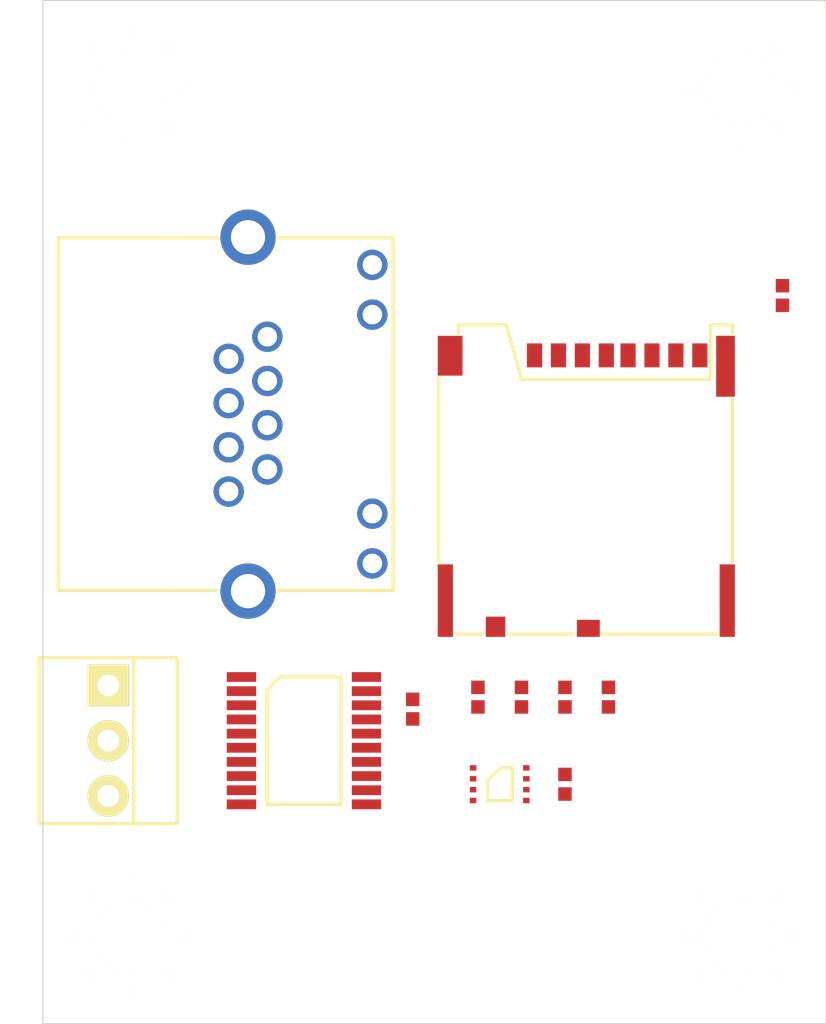
<source format=kicad_pcb>
(kicad_pcb (version 20171130) (host pcbnew "(5.1.10)-1")

  (general
    (thickness 1.6)
    (drawings 4)
    (tracks 0)
    (zones 0)
    (modules 16)
    (nets 16)
  )

  (page A4)
  (layers
    (0 F.Cu signal)
    (31 B.Cu signal)
    (32 B.Adhes user)
    (33 F.Adhes user)
    (34 B.Paste user)
    (35 F.Paste user)
    (36 B.SilkS user)
    (37 F.SilkS user)
    (38 B.Mask user)
    (39 F.Mask user)
    (40 Dwgs.User user)
    (41 Cmts.User user)
    (42 Eco1.User user)
    (43 Eco2.User user)
    (44 Edge.Cuts user)
    (45 Margin user)
    (46 B.CrtYd user)
    (47 F.CrtYd user)
    (48 B.Fab user)
    (49 F.Fab user)
  )

  (setup
    (last_trace_width 0.25)
    (trace_clearance 0.2)
    (zone_clearance 0.508)
    (zone_45_only no)
    (trace_min 0.2)
    (via_size 0.8)
    (via_drill 0.4)
    (via_min_size 0.4)
    (via_min_drill 0.3)
    (uvia_size 0.3)
    (uvia_drill 0.1)
    (uvias_allowed no)
    (uvia_min_size 0.2)
    (uvia_min_drill 0.1)
    (edge_width 0.05)
    (segment_width 0.2)
    (pcb_text_width 0.3)
    (pcb_text_size 1.5 1.5)
    (mod_edge_width 0.12)
    (mod_text_size 1 1)
    (mod_text_width 0.15)
    (pad_size 1.524 1.524)
    (pad_drill 0.762)
    (pad_to_mask_clearance 0)
    (aux_axis_origin 0 0)
    (visible_elements 7FFFFFFF)
    (pcbplotparams
      (layerselection 0x010fc_ffffffff)
      (usegerberextensions false)
      (usegerberattributes true)
      (usegerberadvancedattributes true)
      (creategerberjobfile true)
      (excludeedgelayer true)
      (linewidth 0.100000)
      (plotframeref false)
      (viasonmask false)
      (mode 1)
      (useauxorigin false)
      (hpglpennumber 1)
      (hpglpenspeed 20)
      (hpglpendiameter 15.000000)
      (psnegative false)
      (psa4output false)
      (plotreference true)
      (plotvalue true)
      (plotinvisibletext false)
      (padsonsilk false)
      (subtractmaskfromsilk false)
      (outputformat 1)
      (mirror false)
      (drillshape 1)
      (scaleselection 1)
      (outputdirectory ""))
  )

  (net 0 "")
  (net 1 GND)
  (net 2 3v3)
  (net 3 /SCLK)
  (net 4 /MOSI)
  (net 5 /MISO)
  (net 6 /MISO-)
  (net 7 /MISO+)
  (net 8 /MOSI-)
  (net 9 /MOSI+)
  (net 10 /SCLK-)
  (net 11 /SCLK+)
  (net 12 /~CS2)
  (net 13 /~CS1)
  (net 14 "Net-(R2-Pad2)")
  (net 15 "Net-(R3-Pad2)")

  (net_class Default "This is the default net class."
    (clearance 0.2)
    (trace_width 0.25)
    (via_dia 0.8)
    (via_drill 0.4)
    (uvia_dia 0.3)
    (uvia_drill 0.1)
    (add_net /MISO)
    (add_net /MISO+)
    (add_net /MISO-)
    (add_net /MOSI)
    (add_net /MOSI+)
    (add_net /MOSI-)
    (add_net /SCLK)
    (add_net /SCLK+)
    (add_net /SCLK-)
    (add_net /~CS1)
    (add_net /~CS2)
    (add_net 12v)
    (add_net 3v3)
    (add_net GND)
    (add_net "Net-(IC1-Pad14)")
    (add_net "Net-(IC1-Pad16)")
    (add_net "Net-(IC1-Pad5)")
    (add_net "Net-(IC1-Pad6)")
    (add_net "Net-(IC1-Pad7)")
    (add_net "Net-(IC1-Pad8)")
    (add_net "Net-(IC2-Pad3)")
    (add_net "Net-(IC2-Pad7)")
    (add_net "Net-(R2-Pad2)")
    (add_net "Net-(R3-Pad2)")
    (add_net "Net-(U1-Pad10)")
    (add_net "Net-(U1-Pad11)")
  )

  (module cusf:M3_MOUNT (layer F.Cu) (tedit 5681D0FF) (tstamp 611262D4)
    (at 120 133)
    (path /61148444)
    (fp_text reference H4 (at 0 -4.1) (layer F.Fab) hide
      (effects (font (size 1 1) (thickness 0.15)))
    )
    (fp_text value MountingHole_Pad (at 0 4.1) (layer F.Fab) hide
      (effects (font (size 1 1) (thickness 0.15)))
    )
    (fp_line (start -3.4 3.4) (end -3.4 -3.4) (layer F.CrtYd) (width 0.01))
    (fp_line (start 3.4 3.4) (end -3.4 3.4) (layer F.CrtYd) (width 0.01))
    (fp_line (start 3.4 -3.4) (end 3.4 3.4) (layer F.CrtYd) (width 0.01))
    (fp_line (start -3.4 -3.4) (end 3.4 -3.4) (layer F.CrtYd) (width 0.01))
    (pad "" np_thru_hole circle (at 1.8 1.8) (size 0.6 0.6) (drill 0.6) (layers *.Cu *.Mask F.SilkS))
    (pad "" np_thru_hole circle (at -1.8 1.8) (size 0.6 0.6) (drill 0.6) (layers *.Cu *.Mask F.SilkS))
    (pad "" np_thru_hole circle (at 1.8 -1.8) (size 0.6 0.6) (drill 0.6) (layers *.Cu *.Mask F.SilkS))
    (pad "" np_thru_hole circle (at -1.8 -1.8) (size 0.6 0.6) (drill 0.6) (layers *.Cu *.Mask F.SilkS))
    (pad "" np_thru_hole circle (at -2.5 0) (size 0.6 0.6) (drill 0.6) (layers *.Cu *.Mask F.SilkS))
    (pad "" np_thru_hole circle (at 0 2.5) (size 0.6 0.6) (drill 0.6) (layers *.Cu *.Mask F.SilkS))
    (pad "" np_thru_hole circle (at 2.5 0) (size 0.6 0.6) (drill 0.6) (layers *.Cu *.Mask F.SilkS))
    (pad "" np_thru_hole circle (at 0 -2.5) (size 0.6 0.6) (drill 0.6) (layers *.Cu *.Mask F.SilkS))
    (pad "" np_thru_hole circle (at 0 0) (size 3.3 3.3) (drill 3.3) (layers *.Cu *.Mask F.SilkS)
      (solder_mask_margin 1.5) (clearance 1.65))
  )

  (module cusf:M3_MOUNT (layer F.Cu) (tedit 5681D0FF) (tstamp 611262C3)
    (at 148 94)
    (path /6114843E)
    (fp_text reference H3 (at 0 -4.1) (layer F.Fab) hide
      (effects (font (size 1 1) (thickness 0.15)))
    )
    (fp_text value MountingHole_Pad (at 0 4.1) (layer F.Fab) hide
      (effects (font (size 1 1) (thickness 0.15)))
    )
    (fp_line (start -3.4 3.4) (end -3.4 -3.4) (layer F.CrtYd) (width 0.01))
    (fp_line (start 3.4 3.4) (end -3.4 3.4) (layer F.CrtYd) (width 0.01))
    (fp_line (start 3.4 -3.4) (end 3.4 3.4) (layer F.CrtYd) (width 0.01))
    (fp_line (start -3.4 -3.4) (end 3.4 -3.4) (layer F.CrtYd) (width 0.01))
    (pad "" np_thru_hole circle (at 1.8 1.8) (size 0.6 0.6) (drill 0.6) (layers *.Cu *.Mask F.SilkS))
    (pad "" np_thru_hole circle (at -1.8 1.8) (size 0.6 0.6) (drill 0.6) (layers *.Cu *.Mask F.SilkS))
    (pad "" np_thru_hole circle (at 1.8 -1.8) (size 0.6 0.6) (drill 0.6) (layers *.Cu *.Mask F.SilkS))
    (pad "" np_thru_hole circle (at -1.8 -1.8) (size 0.6 0.6) (drill 0.6) (layers *.Cu *.Mask F.SilkS))
    (pad "" np_thru_hole circle (at -2.5 0) (size 0.6 0.6) (drill 0.6) (layers *.Cu *.Mask F.SilkS))
    (pad "" np_thru_hole circle (at 0 2.5) (size 0.6 0.6) (drill 0.6) (layers *.Cu *.Mask F.SilkS))
    (pad "" np_thru_hole circle (at 2.5 0) (size 0.6 0.6) (drill 0.6) (layers *.Cu *.Mask F.SilkS))
    (pad "" np_thru_hole circle (at 0 -2.5) (size 0.6 0.6) (drill 0.6) (layers *.Cu *.Mask F.SilkS))
    (pad "" np_thru_hole circle (at 0 0) (size 3.3 3.3) (drill 3.3) (layers *.Cu *.Mask F.SilkS)
      (solder_mask_margin 1.5) (clearance 1.65))
  )

  (module cusf:M3_MOUNT (layer F.Cu) (tedit 5681D0FF) (tstamp 611262B2)
    (at 120 94)
    (path /61147A00)
    (fp_text reference H2 (at 0 -4.1) (layer F.Fab) hide
      (effects (font (size 1 1) (thickness 0.15)))
    )
    (fp_text value MountingHole_Pad (at 0 4.1) (layer F.Fab) hide
      (effects (font (size 1 1) (thickness 0.15)))
    )
    (fp_line (start -3.4 3.4) (end -3.4 -3.4) (layer F.CrtYd) (width 0.01))
    (fp_line (start 3.4 3.4) (end -3.4 3.4) (layer F.CrtYd) (width 0.01))
    (fp_line (start 3.4 -3.4) (end 3.4 3.4) (layer F.CrtYd) (width 0.01))
    (fp_line (start -3.4 -3.4) (end 3.4 -3.4) (layer F.CrtYd) (width 0.01))
    (pad "" np_thru_hole circle (at 1.8 1.8) (size 0.6 0.6) (drill 0.6) (layers *.Cu *.Mask F.SilkS))
    (pad "" np_thru_hole circle (at -1.8 1.8) (size 0.6 0.6) (drill 0.6) (layers *.Cu *.Mask F.SilkS))
    (pad "" np_thru_hole circle (at 1.8 -1.8) (size 0.6 0.6) (drill 0.6) (layers *.Cu *.Mask F.SilkS))
    (pad "" np_thru_hole circle (at -1.8 -1.8) (size 0.6 0.6) (drill 0.6) (layers *.Cu *.Mask F.SilkS))
    (pad "" np_thru_hole circle (at -2.5 0) (size 0.6 0.6) (drill 0.6) (layers *.Cu *.Mask F.SilkS))
    (pad "" np_thru_hole circle (at 0 2.5) (size 0.6 0.6) (drill 0.6) (layers *.Cu *.Mask F.SilkS))
    (pad "" np_thru_hole circle (at 2.5 0) (size 0.6 0.6) (drill 0.6) (layers *.Cu *.Mask F.SilkS))
    (pad "" np_thru_hole circle (at 0 -2.5) (size 0.6 0.6) (drill 0.6) (layers *.Cu *.Mask F.SilkS))
    (pad "" np_thru_hole circle (at 0 0) (size 3.3 3.3) (drill 3.3) (layers *.Cu *.Mask F.SilkS)
      (solder_mask_margin 1.5) (clearance 1.65))
  )

  (module cusf:M3_MOUNT (layer F.Cu) (tedit 5681D0FF) (tstamp 611262A1)
    (at 148 133)
    (path /611286A8)
    (fp_text reference H1 (at 0 -4.1) (layer F.Fab) hide
      (effects (font (size 1 1) (thickness 0.15)))
    )
    (fp_text value MountingHole_Pad (at 0 4.1) (layer F.Fab) hide
      (effects (font (size 1 1) (thickness 0.15)))
    )
    (fp_line (start -3.4 3.4) (end -3.4 -3.4) (layer F.CrtYd) (width 0.01))
    (fp_line (start 3.4 3.4) (end -3.4 3.4) (layer F.CrtYd) (width 0.01))
    (fp_line (start 3.4 -3.4) (end 3.4 3.4) (layer F.CrtYd) (width 0.01))
    (fp_line (start -3.4 -3.4) (end 3.4 -3.4) (layer F.CrtYd) (width 0.01))
    (pad "" np_thru_hole circle (at 1.8 1.8) (size 0.6 0.6) (drill 0.6) (layers *.Cu *.Mask F.SilkS))
    (pad "" np_thru_hole circle (at -1.8 1.8) (size 0.6 0.6) (drill 0.6) (layers *.Cu *.Mask F.SilkS))
    (pad "" np_thru_hole circle (at 1.8 -1.8) (size 0.6 0.6) (drill 0.6) (layers *.Cu *.Mask F.SilkS))
    (pad "" np_thru_hole circle (at -1.8 -1.8) (size 0.6 0.6) (drill 0.6) (layers *.Cu *.Mask F.SilkS))
    (pad "" np_thru_hole circle (at -2.5 0) (size 0.6 0.6) (drill 0.6) (layers *.Cu *.Mask F.SilkS))
    (pad "" np_thru_hole circle (at 0 2.5) (size 0.6 0.6) (drill 0.6) (layers *.Cu *.Mask F.SilkS))
    (pad "" np_thru_hole circle (at 2.5 0) (size 0.6 0.6) (drill 0.6) (layers *.Cu *.Mask F.SilkS))
    (pad "" np_thru_hole circle (at 0 -2.5) (size 0.6 0.6) (drill 0.6) (layers *.Cu *.Mask F.SilkS))
    (pad "" np_thru_hole circle (at 0 0) (size 3.3 3.3) (drill 3.3) (layers *.Cu *.Mask F.SilkS)
      (solder_mask_margin 1.5) (clearance 1.65))
  )

  (module cusf:MOLEX-KK-254P-03 (layer F.Cu) (tedit 5CCC5146) (tstamp 61125C9D)
    (at 119 124 270)
    (path /611280AE)
    (fp_text reference J1 (at 0 -4.125 90) (layer F.Fab)
      (effects (font (size 1 1) (thickness 0.15)))
    )
    (fp_text value PWR (at 0 4.125 90) (layer F.Fab)
      (effects (font (size 1 1) (thickness 0.15)))
    )
    (fp_line (start -3.81 -3.175) (end 3.81 -3.175) (layer F.Fab) (width 0.01))
    (fp_line (start 3.81 -3.175) (end 3.81 3.175) (layer F.Fab) (width 0.01))
    (fp_line (start 3.81 3.175) (end -3.81 3.175) (layer F.Fab) (width 0.01))
    (fp_line (start -3.81 3.175) (end -3.81 -3.175) (layer F.Fab) (width 0.01))
    (fp_line (start -3.81 -1.175) (end 3.81 -1.175) (layer F.Fab) (width 0.01))
    (fp_line (start -3.81 -3.175) (end 3.81 -3.175) (layer F.SilkS) (width 0.15))
    (fp_line (start 3.81 -3.175) (end 3.81 3.175) (layer F.SilkS) (width 0.15))
    (fp_line (start 3.81 3.175) (end -3.81 3.175) (layer F.SilkS) (width 0.15))
    (fp_line (start -3.81 3.175) (end -3.81 -3.175) (layer F.SilkS) (width 0.15))
    (fp_line (start -3.81 -1.175) (end 3.81 -1.175) (layer F.SilkS) (width 0.15))
    (fp_line (start -4.1 -3.45) (end 4.1 -3.45) (layer F.CrtYd) (width 0.01))
    (fp_line (start 4.1 -3.45) (end 4.1 3.45) (layer F.CrtYd) (width 0.01))
    (fp_line (start 4.1 3.45) (end -4.1 3.45) (layer F.CrtYd) (width 0.01))
    (fp_line (start -4.1 3.45) (end -4.1 -3.45) (layer F.CrtYd) (width 0.01))
    (pad 3 thru_hole circle (at 2.54 0 270) (size 1.9 1.9) (drill 1) (layers *.Cu *.Mask F.SilkS))
    (pad 2 thru_hole circle (at 0 0 270) (size 1.9 1.9) (drill 1) (layers *.Cu *.Mask F.SilkS)
      (net 2 3v3))
    (pad 1 thru_hole rect (at -2.54 0 270) (size 1.9 1.9) (drill 1) (layers *.Cu *.Mask F.SilkS)
      (net 1 GND))
    (model ${KISYS3DMOD}/Connector_Molex.3dshapes/Molex_KK-254_AE-6410-03A_1x03_P2.54mm_Vertical.step
      (at (xyz 0 0 0))
      (scale (xyz 1 1 1))
      (rotate (xyz 0 0 0))
    )
  )

  (module cusf:MICROSD_MOLEX_503398-1892 (layer F.Cu) (tedit 568160C6) (tstamp 6111BD6A)
    (at 141 109)
    (path /56B79B96)
    (fp_text reference U1 (at -8.1 -0.1 90) (layer F.Fab)
      (effects (font (size 1 1) (thickness 0.15)))
    )
    (fp_text value MICROSD (at 8.2 0 90) (layer F.Fab)
      (effects (font (size 1 1) (thickness 0.15)))
    )
    (fp_line (start -6.8 -1.7) (end -6.8 6.8) (layer F.SilkS) (width 0.15))
    (fp_line (start 6.7 -0.7) (end 6.7 6.8) (layer F.SilkS) (width 0.15))
    (fp_line (start 6 10.1) (end 0.7 10.1) (layer F.SilkS) (width 0.15))
    (fp_line (start -0.6 10.1) (end -3.6 10.1) (layer F.SilkS) (width 0.15))
    (fp_line (start -4.8 10.1) (end -6 10.1) (layer F.SilkS) (width 0.15))
    (fp_line (start -5.9 -4.1) (end -5.9 -3.7) (layer F.SilkS) (width 0.15))
    (fp_line (start -3.7 -4.1) (end -5.9 -4.1) (layer F.SilkS) (width 0.15))
    (fp_line (start -3.7 -4.1) (end -3 -1.6) (layer F.SilkS) (width 0.15))
    (fp_line (start 6.7 -4.1) (end 6.7 -3.7) (layer F.SilkS) (width 0.15))
    (fp_line (start 5.7 -4.1) (end 6.7 -4.1) (layer F.SilkS) (width 0.15))
    (fp_line (start 5.7 -1.6) (end 5.7 -4.1) (layer F.SilkS) (width 0.15))
    (fp_line (start -3 -1.6) (end 5.7 -1.6) (layer F.SilkS) (width 0.15))
    (fp_line (start -6.8 10.1) (end 6.7 10.1) (layer F.Fab) (width 0.01))
    (fp_line (start 6.7 10.1) (end 6.7 -4.1) (layer F.Fab) (width 0.01))
    (fp_line (start 6.7 -4.1) (end 5.7 -4.1) (layer F.Fab) (width 0.01))
    (fp_line (start 5.7 -4.1) (end 5.7 -1.6) (layer F.Fab) (width 0.01))
    (fp_line (start 5.7 -1.6) (end -3 -1.6) (layer F.Fab) (width 0.01))
    (fp_line (start -3 -1.6) (end -3.7 -4.1) (layer F.Fab) (width 0.01))
    (fp_line (start -3.7 -4.1) (end -5.9 -4.1) (layer F.Fab) (width 0.01))
    (fp_line (start -5.9 -4.1) (end -5.9 -3.5) (layer F.Fab) (width 0.01))
    (fp_line (start -5.9 -3.5) (end -6.8 -3.5) (layer F.Fab) (width 0.01))
    (fp_line (start -6.8 -3.5) (end -6.8 10.1) (layer F.Fab) (width 0.01))
    (fp_line (start -5.2 9.7) (end -5.2 7.5) (layer F.Fab) (width 0.01))
    (fp_line (start -5.2 7.5) (end -4.8 7.5) (layer F.Fab) (width 0.01))
    (fp_line (start -4.8 7.5) (end -4.8 9.7) (layer F.Fab) (width 0.01))
    (fp_line (start -4.8 9.7) (end -5.2 9.7) (layer F.Fab) (width 0.01))
    (fp_line (start -3.2 9.3) (end -2.6 9.3) (layer F.Fab) (width 0.01))
    (fp_line (start -2.6 9.3) (end -2.6 9.9) (layer F.Fab) (width 0.01))
    (fp_line (start -2.6 9.9) (end -3.2 9.9) (layer F.Fab) (width 0.01))
    (fp_line (start -3.2 9.9) (end -3.2 9.3) (layer F.Fab) (width 0.01))
    (fp_line (start -1.7 10.1) (end -1.7 8.2) (layer F.Fab) (width 0.01))
    (fp_line (start -1.7 8.2) (end 0.6 8.2) (layer F.Fab) (width 0.01))
    (fp_line (start 0.6 8.2) (end 0.6 6.9) (layer F.Fab) (width 0.01))
    (fp_line (start 0.6 6.9) (end -3.8 6.9) (layer F.Fab) (width 0.01))
    (fp_line (start -3.8 6.9) (end -3.8 4.3) (layer F.Fab) (width 0.01))
    (fp_line (start -3.8 4.3) (end -3.2 4.3) (layer F.Fab) (width 0.01))
    (fp_line (start -3.2 4.3) (end -3.2 -0.7) (layer F.Fab) (width 0.01))
    (fp_line (start -3.2 -0.7) (end 6.7 -0.7) (layer F.Fab) (width 0.01))
    (fp_line (start -6.8 1.8) (end -6.1 1.8) (layer F.Fab) (width 0.01))
    (fp_line (start -6.1 1.8) (end -6.1 4.2) (layer F.Fab) (width 0.01))
    (fp_line (start -6.1 4.2) (end -6.8 4.2) (layer F.Fab) (width 0.01))
    (fp_line (start -0.6 10.1) (end -0.6 9.3) (layer F.Fab) (width 0.01))
    (fp_line (start -0.6 9.3) (end 6 9.3) (layer F.Fab) (width 0.01))
    (fp_line (start 6 9.3) (end 6 6.8) (layer F.Fab) (width 0.01))
    (fp_line (start 6 6.8) (end 6.7 6.8) (layer F.Fab) (width 0.01))
    (fp_line (start -6.8 1.9) (end -6.7 1.8) (layer F.Fab) (width 0.01))
    (fp_line (start -6.8 2.1) (end -6.5 1.8) (layer F.Fab) (width 0.01))
    (fp_line (start -6.8 2.3) (end -6.3 1.8) (layer F.Fab) (width 0.01))
    (fp_line (start -6.8 2.5) (end -6.1 1.8) (layer F.Fab) (width 0.01))
    (fp_line (start -6.8 2.7) (end -6.1 2) (layer F.Fab) (width 0.01))
    (fp_line (start -6.1 2.2) (end -6.8 2.9) (layer F.Fab) (width 0.01))
    (fp_line (start -6.1 2.4) (end -6.8 3.1) (layer F.Fab) (width 0.01))
    (fp_line (start -6.8 3.3) (end -6.1 2.6) (layer F.Fab) (width 0.01))
    (fp_line (start -6.1 2.8) (end -6.8 3.5) (layer F.Fab) (width 0.01))
    (fp_line (start -6.8 3.7) (end -6.1 3) (layer F.Fab) (width 0.01))
    (fp_line (start -6.1 3.2) (end -6.8 3.9) (layer F.Fab) (width 0.01))
    (fp_line (start -6.8 4.1) (end -6.1 3.4) (layer F.Fab) (width 0.01))
    (fp_line (start -6.1 3.6) (end -6.7 4.2) (layer F.Fab) (width 0.01))
    (fp_line (start -6.5 4.2) (end -6.1 3.8) (layer F.Fab) (width 0.01))
    (fp_line (start -6.1 4) (end -6.3 4.2) (layer F.Fab) (width 0.01))
    (fp_line (start -5.2 7.7) (end -5 7.5) (layer F.Fab) (width 0.01))
    (fp_line (start -4.8 7.5) (end -5.2 7.9) (layer F.Fab) (width 0.01))
    (fp_line (start -5.2 8.1) (end -4.8 7.7) (layer F.Fab) (width 0.01))
    (fp_line (start -4.8 7.9) (end -5.2 8.3) (layer F.Fab) (width 0.01))
    (fp_line (start -4.8 8.1) (end -5.2 8.5) (layer F.Fab) (width 0.01))
    (fp_line (start -5.2 8.7) (end -4.8 8.3) (layer F.Fab) (width 0.01))
    (fp_line (start -4.8 8.5) (end -5.2 8.9) (layer F.Fab) (width 0.01))
    (fp_line (start -5.2 9.1) (end -4.8 8.7) (layer F.Fab) (width 0.01))
    (fp_line (start -4.8 8.9) (end -5.2 9.3) (layer F.Fab) (width 0.01))
    (fp_line (start -5.2 9.5) (end -4.8 9.1) (layer F.Fab) (width 0.01))
    (fp_line (start -4.8 9.3) (end -5.2 9.7) (layer F.Fab) (width 0.01))
    (fp_line (start -5 9.7) (end -4.8 9.5) (layer F.Fab) (width 0.01))
    (fp_line (start -3.2 9.5) (end -3 9.3) (layer F.Fab) (width 0.01))
    (fp_line (start -3.2 9.7) (end -2.8 9.3) (layer F.Fab) (width 0.01))
    (fp_line (start -2.6 9.3) (end -3.2 9.9) (layer F.Fab) (width 0.01))
    (fp_line (start -3 9.9) (end -2.6 9.5) (layer F.Fab) (width 0.01))
    (fp_line (start -2.6 9.7) (end -2.8 9.9) (layer F.Fab) (width 0.01))
    (fp_line (start -4.8 -4.1) (end -4.8 -6.5) (layer F.Fab) (width 0.01))
    (fp_line (start -4.4 -6.9) (end 5.8 -6.9) (layer F.Fab) (width 0.01))
    (fp_line (start 6.2 -6.5) (end 6.2 -4.1) (layer F.Fab) (width 0.01))
    (fp_line (start -3.2 0.3) (end -3 0.1) (layer F.Fab) (width 0.01))
    (fp_line (start -3.2 1.3) (end -3 1.1) (layer F.Fab) (width 0.01))
    (fp_line (start -3.2 2.3) (end -3 2.1) (layer F.Fab) (width 0.01))
    (fp_line (start -3.2 3.3) (end -3 3.1) (layer F.Fab) (width 0.01))
    (fp_line (start -3.2 4.3) (end -3 4.1) (layer F.Fab) (width 0.01))
    (fp_line (start -3.8 5.3) (end -3.6 5.1) (layer F.Fab) (width 0.01))
    (fp_line (start -3.8 6.3) (end -3.6 6.1) (layer F.Fab) (width 0.01))
    (fp_line (start -3.4 6.9) (end -3.2 6.7) (layer F.Fab) (width 0.01))
    (fp_line (start -2.4 6.9) (end -2.2 6.7) (layer F.Fab) (width 0.01))
    (fp_line (start -1.4 6.9) (end -1.2 6.7) (layer F.Fab) (width 0.01))
    (fp_line (start -0.4 6.9) (end -0.2 6.7) (layer F.Fab) (width 0.01))
    (fp_line (start 0.6 7.3) (end 0.8 7.1) (layer F.Fab) (width 0.01))
    (fp_line (start -0.4 9.3) (end -0.2 9.1) (layer F.Fab) (width 0.01))
    (fp_line (start -1.4 10.1) (end -1.2 9.9) (layer F.Fab) (width 0.01))
    (fp_line (start -1.7 9.3) (end -1.5 9.1) (layer F.Fab) (width 0.01))
    (fp_line (start -0.4 8.2) (end -0.6 8.4) (layer F.Fab) (width 0.01))
    (fp_line (start 0.6 8.2) (end 0.4 8.4) (layer F.Fab) (width 0.01))
    (fp_line (start -1.4 8.2) (end -1.6 8.4) (layer F.Fab) (width 0.01))
    (fp_line (start 0.6 9.3) (end 0.8 9.1) (layer F.Fab) (width 0.01))
    (fp_line (start 1.6 9.3) (end 1.8 9.1) (layer F.Fab) (width 0.01))
    (fp_line (start 2.6 9.3) (end 2.8 9.1) (layer F.Fab) (width 0.01))
    (fp_line (start 3.6 9.3) (end 3.8 9.1) (layer F.Fab) (width 0.01))
    (fp_line (start 4.6 9.3) (end 4.8 9.1) (layer F.Fab) (width 0.01))
    (fp_line (start 5.6 9.3) (end 5.8 9.1) (layer F.Fab) (width 0.01))
    (fp_line (start 6 8.3) (end 5.8 8.5) (layer F.Fab) (width 0.01))
    (fp_line (start 6 7.3) (end 5.8 7.5) (layer F.Fab) (width 0.01))
    (fp_line (start 6.7 6.3) (end 6.5 6.5) (layer F.Fab) (width 0.01))
    (fp_line (start 6.7 5.3) (end 6.5 5.5) (layer F.Fab) (width 0.01))
    (fp_line (start 6.7 4.3) (end 6.5 4.5) (layer F.Fab) (width 0.01))
    (fp_line (start 6.7 3.3) (end 6.5 3.5) (layer F.Fab) (width 0.01))
    (fp_line (start 6.7 2.3) (end 6.5 2.5) (layer F.Fab) (width 0.01))
    (fp_line (start 6.7 1.3) (end 6.5 1.5) (layer F.Fab) (width 0.01))
    (fp_line (start 6.7 0.3) (end 6.5 0.5) (layer F.Fab) (width 0.01))
    (fp_line (start 6.7 -0.7) (end 6.5 -0.5) (layer F.Fab) (width 0.01))
    (fp_line (start 5.6 -0.7) (end 5.4 -0.5) (layer F.Fab) (width 0.01))
    (fp_line (start 4.6 -0.7) (end 4.4 -0.5) (layer F.Fab) (width 0.01))
    (fp_line (start 3.6 -0.7) (end 3.4 -0.5) (layer F.Fab) (width 0.01))
    (fp_line (start 2.6 -0.7) (end 2.4 -0.5) (layer F.Fab) (width 0.01))
    (fp_line (start 1.6 -0.7) (end 1.4 -0.5) (layer F.Fab) (width 0.01))
    (fp_line (start 0.6 -0.7) (end 0.4 -0.5) (layer F.Fab) (width 0.01))
    (fp_line (start -0.4 -0.7) (end -0.6 -0.5) (layer F.Fab) (width 0.01))
    (fp_line (start -1.4 -0.7) (end -1.6 -0.5) (layer F.Fab) (width 0.01))
    (fp_line (start -2.4 -0.7) (end -2.6 -0.5) (layer F.Fab) (width 0.01))
    (fp_line (start -7.4 10.8) (end 7.4 10.8) (layer F.CrtYd) (width 0.01))
    (fp_line (start 7.4 10.8) (end 7.4 -10.8) (layer F.CrtYd) (width 0.01))
    (fp_line (start 7.4 -10.8) (end -7.4 -10.8) (layer F.CrtYd) (width 0.01))
    (fp_line (start -7.4 -10.8) (end -7.4 10.8) (layer F.CrtYd) (width 0.01))
    (fp_line (start -4.8 -4.1) (end -4.8 -9.9) (layer F.Fab) (width 0.01))
    (fp_line (start 6.2 -4.1) (end 6.2 -9.9) (layer F.Fab) (width 0.01))
    (fp_line (start -4.4 -10.3) (end 5.8 -10.3) (layer F.Fab) (width 0.01))
    (fp_arc (start -4.4 -6.5) (end -4.8 -6.5) (angle 90) (layer F.Fab) (width 0.01))
    (fp_arc (start 5.8 -9.9) (end 5.8 -10.3) (angle 90) (layer F.Fab) (width 0.01))
    (fp_arc (start -4.4 -9.9) (end -4.8 -9.9) (angle 90) (layer F.Fab) (width 0.01))
    (fp_arc (start 5.8 -6.5) (end 5.8 -6.9) (angle 90) (layer F.Fab) (width 0.01))
    (pad 11 smd rect (at 0.075 9.84) (size 1.05 0.78) (layers F.Cu F.Paste F.Mask))
    (pad 10 smd rect (at -4.19 9.765) (size 0.9 0.93) (layers F.Cu F.Paste F.Mask))
    (pad 9 smd rect (at -6.5 8.565) (size 0.7 3.33) (layers F.Cu F.Paste F.Mask)
      (net 1 GND))
    (pad 9 smd rect (at 6.46 8.565) (size 0.7 3.33) (layers F.Cu F.Paste F.Mask)
      (net 1 GND))
    (pad 9 smd rect (at 6.38 -2.2) (size 0.86 2.8) (layers F.Cu F.Paste F.Mask)
      (net 1 GND))
    (pad 9 smd rect (at -6.28 -2.685) (size 1.14 1.83) (layers F.Cu F.Paste F.Mask)
      (net 1 GND))
    (pad 8 smd rect (at 5.2 -2.7) (size 0.7 1.1) (layers F.Cu F.Paste F.Mask)
      (net 14 "Net-(R2-Pad2)"))
    (pad 7 smd rect (at 4.1 -2.7) (size 0.7 1.1) (layers F.Cu F.Paste F.Mask)
      (net 5 /MISO))
    (pad 6 smd rect (at 3 -2.7) (size 0.7 1.1) (layers F.Cu F.Paste F.Mask)
      (net 1 GND))
    (pad 5 smd rect (at 1.9 -2.7) (size 0.7 1.1) (layers F.Cu F.Paste F.Mask)
      (net 3 /SCLK))
    (pad 4 smd rect (at 0.9 -2.7) (size 0.7 1.1) (layers F.Cu F.Paste F.Mask)
      (net 2 3v3))
    (pad 3 smd rect (at -0.2 -2.7) (size 0.7 1.1) (layers F.Cu F.Paste F.Mask)
      (net 4 /MOSI))
    (pad 2 smd rect (at -1.3 -2.7) (size 0.7 1.1) (layers F.Cu F.Paste F.Mask)
      (net 13 /~CS1))
    (pad 1 smd rect (at -2.4 -2.7) (size 0.7 1.1) (layers F.Cu F.Paste F.Mask)
      (net 15 "Net-(R3-Pad2)"))
  )

  (module cusf:0402 (layer F.Cu) (tedit 57654490) (tstamp 6111BAB8)
    (at 133 122.55 90)
    (path /611267BB)
    (fp_text reference C1 (at -1.71 0) (layer F.Fab)
      (effects (font (size 1 1) (thickness 0.15)))
    )
    (fp_text value 100n (at 1.71 0) (layer F.Fab)
      (effects (font (size 1 1) (thickness 0.15)))
    )
    (fp_line (start -1.05 0.6) (end -1.05 -0.6) (layer F.CrtYd) (width 0.01))
    (fp_line (start 1.05 0.6) (end -1.05 0.6) (layer F.CrtYd) (width 0.01))
    (fp_line (start 1.05 -0.6) (end 1.05 0.6) (layer F.CrtYd) (width 0.01))
    (fp_line (start -1.05 -0.6) (end 1.05 -0.6) (layer F.CrtYd) (width 0.01))
    (fp_line (start 0.2 -0.25) (end 0.2 0.25) (layer F.Fab) (width 0.01))
    (fp_line (start -0.2 -0.25) (end -0.2 0.25) (layer F.Fab) (width 0.01))
    (fp_line (start -0.5 0.25) (end -0.5 -0.25) (layer F.Fab) (width 0.01))
    (fp_line (start 0.5 0.25) (end -0.5 0.25) (layer F.Fab) (width 0.01))
    (fp_line (start 0.5 -0.25) (end 0.5 0.25) (layer F.Fab) (width 0.01))
    (fp_line (start -0.5 -0.25) (end 0.5 -0.25) (layer F.Fab) (width 0.01))
    (pad 2 smd rect (at 0.45 0 90) (size 0.62 0.62) (layers F.Cu F.Paste F.Mask)
      (net 1 GND))
    (pad 1 smd rect (at -0.45 0 90) (size 0.62 0.62) (layers F.Cu F.Paste F.Mask)
      (net 2 3v3))
    (model ${KISYS3DMOD}/Resistors_SMD.3dshapes/R_0402.wrl
      (at (xyz 0 0 0))
      (scale (xyz 1 1 1))
      (rotate (xyz 0 0 0))
    )
  )

  (module cusf:0402 (layer F.Cu) (tedit 57654490) (tstamp 6111B6DA)
    (at 138 122 90)
    (path /60D2A9E0)
    (fp_text reference R5 (at -1.71 0) (layer F.Fab)
      (effects (font (size 1 1) (thickness 0.15)))
    )
    (fp_text value 47k (at 1.71 0) (layer F.Fab)
      (effects (font (size 1 1) (thickness 0.15)))
    )
    (fp_line (start -1.05 0.6) (end -1.05 -0.6) (layer F.CrtYd) (width 0.01))
    (fp_line (start 1.05 0.6) (end -1.05 0.6) (layer F.CrtYd) (width 0.01))
    (fp_line (start 1.05 -0.6) (end 1.05 0.6) (layer F.CrtYd) (width 0.01))
    (fp_line (start -1.05 -0.6) (end 1.05 -0.6) (layer F.CrtYd) (width 0.01))
    (fp_line (start 0.2 -0.25) (end 0.2 0.25) (layer F.Fab) (width 0.01))
    (fp_line (start -0.2 -0.25) (end -0.2 0.25) (layer F.Fab) (width 0.01))
    (fp_line (start -0.5 0.25) (end -0.5 -0.25) (layer F.Fab) (width 0.01))
    (fp_line (start 0.5 0.25) (end -0.5 0.25) (layer F.Fab) (width 0.01))
    (fp_line (start 0.5 -0.25) (end 0.5 0.25) (layer F.Fab) (width 0.01))
    (fp_line (start -0.5 -0.25) (end 0.5 -0.25) (layer F.Fab) (width 0.01))
    (pad 2 smd rect (at 0.45 0 90) (size 0.62 0.62) (layers F.Cu F.Paste F.Mask)
      (net 4 /MOSI))
    (pad 1 smd rect (at -0.45 0 90) (size 0.62 0.62) (layers F.Cu F.Paste F.Mask)
      (net 2 3v3))
    (model ${KISYS3DMOD}/Resistors_SMD.3dshapes/R_0402.wrl
      (at (xyz 0 0 0))
      (scale (xyz 1 1 1))
      (rotate (xyz 0 0 0))
    )
  )

  (module cusf:0402 (layer F.Cu) (tedit 57654490) (tstamp 6111B6CA)
    (at 136 122 90)
    (path /60D2AC4C)
    (fp_text reference R4 (at -1.71 0) (layer F.Fab)
      (effects (font (size 1 1) (thickness 0.15)))
    )
    (fp_text value 47k (at 1.71 0) (layer F.Fab)
      (effects (font (size 1 1) (thickness 0.15)))
    )
    (fp_line (start -1.05 0.6) (end -1.05 -0.6) (layer F.CrtYd) (width 0.01))
    (fp_line (start 1.05 0.6) (end -1.05 0.6) (layer F.CrtYd) (width 0.01))
    (fp_line (start 1.05 -0.6) (end 1.05 0.6) (layer F.CrtYd) (width 0.01))
    (fp_line (start -1.05 -0.6) (end 1.05 -0.6) (layer F.CrtYd) (width 0.01))
    (fp_line (start 0.2 -0.25) (end 0.2 0.25) (layer F.Fab) (width 0.01))
    (fp_line (start -0.2 -0.25) (end -0.2 0.25) (layer F.Fab) (width 0.01))
    (fp_line (start -0.5 0.25) (end -0.5 -0.25) (layer F.Fab) (width 0.01))
    (fp_line (start 0.5 0.25) (end -0.5 0.25) (layer F.Fab) (width 0.01))
    (fp_line (start 0.5 -0.25) (end 0.5 0.25) (layer F.Fab) (width 0.01))
    (fp_line (start -0.5 -0.25) (end 0.5 -0.25) (layer F.Fab) (width 0.01))
    (pad 2 smd rect (at 0.45 0 90) (size 0.62 0.62) (layers F.Cu F.Paste F.Mask)
      (net 13 /~CS1))
    (pad 1 smd rect (at -0.45 0 90) (size 0.62 0.62) (layers F.Cu F.Paste F.Mask)
      (net 2 3v3))
    (model ${KISYS3DMOD}/Resistors_SMD.3dshapes/R_0402.wrl
      (at (xyz 0 0 0))
      (scale (xyz 1 1 1))
      (rotate (xyz 0 0 0))
    )
  )

  (module cusf:0402 (layer F.Cu) (tedit 57654490) (tstamp 6111B6BA)
    (at 140 126 90)
    (path /60D65E93)
    (fp_text reference R3 (at -1.71 0) (layer F.Fab)
      (effects (font (size 1 1) (thickness 0.15)))
    )
    (fp_text value 47k (at 1.71 0) (layer F.Fab)
      (effects (font (size 1 1) (thickness 0.15)))
    )
    (fp_line (start -1.05 0.6) (end -1.05 -0.6) (layer F.CrtYd) (width 0.01))
    (fp_line (start 1.05 0.6) (end -1.05 0.6) (layer F.CrtYd) (width 0.01))
    (fp_line (start 1.05 -0.6) (end 1.05 0.6) (layer F.CrtYd) (width 0.01))
    (fp_line (start -1.05 -0.6) (end 1.05 -0.6) (layer F.CrtYd) (width 0.01))
    (fp_line (start 0.2 -0.25) (end 0.2 0.25) (layer F.Fab) (width 0.01))
    (fp_line (start -0.2 -0.25) (end -0.2 0.25) (layer F.Fab) (width 0.01))
    (fp_line (start -0.5 0.25) (end -0.5 -0.25) (layer F.Fab) (width 0.01))
    (fp_line (start 0.5 0.25) (end -0.5 0.25) (layer F.Fab) (width 0.01))
    (fp_line (start 0.5 -0.25) (end 0.5 0.25) (layer F.Fab) (width 0.01))
    (fp_line (start -0.5 -0.25) (end 0.5 -0.25) (layer F.Fab) (width 0.01))
    (pad 2 smd rect (at 0.45 0 90) (size 0.62 0.62) (layers F.Cu F.Paste F.Mask)
      (net 15 "Net-(R3-Pad2)"))
    (pad 1 smd rect (at -0.45 0 90) (size 0.62 0.62) (layers F.Cu F.Paste F.Mask)
      (net 2 3v3))
    (model ${KISYS3DMOD}/Resistors_SMD.3dshapes/R_0402.wrl
      (at (xyz 0 0 0))
      (scale (xyz 1 1 1))
      (rotate (xyz 0 0 0))
    )
  )

  (module cusf:0402 (layer F.Cu) (tedit 57654490) (tstamp 6111B6AA)
    (at 142 122 90)
    (path /60DDAA61)
    (fp_text reference R2 (at -1.71 0) (layer F.Fab)
      (effects (font (size 1 1) (thickness 0.15)))
    )
    (fp_text value 47k (at 1.71 0) (layer F.Fab)
      (effects (font (size 1 1) (thickness 0.15)))
    )
    (fp_line (start -1.05 0.6) (end -1.05 -0.6) (layer F.CrtYd) (width 0.01))
    (fp_line (start 1.05 0.6) (end -1.05 0.6) (layer F.CrtYd) (width 0.01))
    (fp_line (start 1.05 -0.6) (end 1.05 0.6) (layer F.CrtYd) (width 0.01))
    (fp_line (start -1.05 -0.6) (end 1.05 -0.6) (layer F.CrtYd) (width 0.01))
    (fp_line (start 0.2 -0.25) (end 0.2 0.25) (layer F.Fab) (width 0.01))
    (fp_line (start -0.2 -0.25) (end -0.2 0.25) (layer F.Fab) (width 0.01))
    (fp_line (start -0.5 0.25) (end -0.5 -0.25) (layer F.Fab) (width 0.01))
    (fp_line (start 0.5 0.25) (end -0.5 0.25) (layer F.Fab) (width 0.01))
    (fp_line (start 0.5 -0.25) (end 0.5 0.25) (layer F.Fab) (width 0.01))
    (fp_line (start -0.5 -0.25) (end 0.5 -0.25) (layer F.Fab) (width 0.01))
    (pad 2 smd rect (at 0.45 0 90) (size 0.62 0.62) (layers F.Cu F.Paste F.Mask)
      (net 14 "Net-(R2-Pad2)"))
    (pad 1 smd rect (at -0.45 0 90) (size 0.62 0.62) (layers F.Cu F.Paste F.Mask)
      (net 2 3v3))
    (model ${KISYS3DMOD}/Resistors_SMD.3dshapes/R_0402.wrl
      (at (xyz 0 0 0))
      (scale (xyz 1 1 1))
      (rotate (xyz 0 0 0))
    )
  )

  (module cusf:0402 (layer F.Cu) (tedit 57654490) (tstamp 6111B69A)
    (at 140 122 90)
    (path /5EE75B3D)
    (fp_text reference R1 (at -1.71 0) (layer F.Fab)
      (effects (font (size 1 1) (thickness 0.15)))
    )
    (fp_text value 47k (at 1.71 0) (layer F.Fab)
      (effects (font (size 1 1) (thickness 0.15)))
    )
    (fp_line (start -1.05 0.6) (end -1.05 -0.6) (layer F.CrtYd) (width 0.01))
    (fp_line (start 1.05 0.6) (end -1.05 0.6) (layer F.CrtYd) (width 0.01))
    (fp_line (start 1.05 -0.6) (end 1.05 0.6) (layer F.CrtYd) (width 0.01))
    (fp_line (start -1.05 -0.6) (end 1.05 -0.6) (layer F.CrtYd) (width 0.01))
    (fp_line (start 0.2 -0.25) (end 0.2 0.25) (layer F.Fab) (width 0.01))
    (fp_line (start -0.2 -0.25) (end -0.2 0.25) (layer F.Fab) (width 0.01))
    (fp_line (start -0.5 0.25) (end -0.5 -0.25) (layer F.Fab) (width 0.01))
    (fp_line (start 0.5 0.25) (end -0.5 0.25) (layer F.Fab) (width 0.01))
    (fp_line (start 0.5 -0.25) (end 0.5 0.25) (layer F.Fab) (width 0.01))
    (fp_line (start -0.5 -0.25) (end 0.5 -0.25) (layer F.Fab) (width 0.01))
    (pad 2 smd rect (at 0.45 0 90) (size 0.62 0.62) (layers F.Cu F.Paste F.Mask)
      (net 5 /MISO))
    (pad 1 smd rect (at -0.45 0 90) (size 0.62 0.62) (layers F.Cu F.Paste F.Mask)
      (net 2 3v3))
    (model ${KISYS3DMOD}/Resistors_SMD.3dshapes/R_0402.wrl
      (at (xyz 0 0 0))
      (scale (xyz 1 1 1))
      (rotate (xyz 0 0 0))
    )
  )

  (module cusf:RJHSE-538X (layer F.Cu) (tedit 5BFAD08C) (tstamp 6111B68A)
    (at 122 109 270)
    (path /6111D8DA)
    (fp_text reference J2 (at 0 -11.5 90) (layer F.Fab)
      (effects (font (size 1 1) (thickness 0.15)))
    )
    (fp_text value RJHSE-538x (at 0 6.75 90) (layer F.Fab)
      (effects (font (size 1 1) (thickness 0.15)))
    )
    (fp_line (start 8.1 -10.1) (end -8.1 -10.1) (layer F.SilkS) (width 0.15))
    (fp_line (start 8.1 -4.8) (end 8.1 -10.1) (layer F.SilkS) (width 0.15))
    (fp_line (start 8.1 5.3) (end 8.1 -2) (layer F.SilkS) (width 0.15))
    (fp_line (start -8.1 5.3) (end 8.1 5.3) (layer F.SilkS) (width 0.15))
    (fp_line (start -8.1 -2) (end -8.1 5.3) (layer F.SilkS) (width 0.15))
    (fp_line (start -8.1 -10.1) (end -8.1 -4.8) (layer F.SilkS) (width 0.15))
    (fp_line (start -10 -10.75) (end -10 6) (layer F.CrtYd) (width 0.01))
    (fp_line (start 10 -10.75) (end -10 -10.75) (layer F.CrtYd) (width 0.01))
    (fp_line (start 10 6) (end 10 -10.75) (layer F.CrtYd) (width 0.01))
    (fp_line (start -10 6) (end 10 6) (layer F.CrtYd) (width 0.01))
    (fp_line (start -8.25 -10.25) (end 8.25 -10.25) (layer F.Fab) (width 0.01))
    (fp_line (start -8.25 5.5) (end 8.25 5.5) (layer F.Fab) (width 0.01))
    (fp_line (start 8.25 -10.25) (end 8.25 5.5) (layer F.Fab) (width 0.01))
    (fp_line (start -8.25 -10.25) (end -8.25 5.5) (layer F.Fab) (width 0.01))
    (pad 8 thru_hole circle (at -3.556 -4.318 270) (size 1.4 1.4) (drill 0.9) (layers *.Cu *.Mask)
      (net 11 /SCLK+))
    (pad 6 thru_hole circle (at -1.524 -4.318 270) (size 1.4 1.4) (drill 0.9) (layers *.Cu *.Mask)
      (net 6 /MISO-))
    (pad 4 thru_hole circle (at 0.508 -4.318 270) (size 1.4 1.4) (drill 0.9) (layers *.Cu *.Mask)
      (net 12 /~CS2))
    (pad 2 thru_hole circle (at 2.54 -4.318 270) (size 1.4 1.4) (drill 0.9) (layers *.Cu *.Mask)
      (net 8 /MOSI-))
    (pad 7 thru_hole circle (at -2.54 -2.54 270) (size 1.4 1.4) (drill 0.9) (layers *.Cu *.Mask)
      (net 10 /SCLK-))
    (pad 5 thru_hole circle (at -0.508 -2.54 270) (size 1.4 1.4) (drill 0.9) (layers *.Cu *.Mask)
      (net 13 /~CS1))
    (pad 3 thru_hole circle (at 1.524 -2.54 270) (size 1.4 1.4) (drill 0.9) (layers *.Cu *.Mask)
      (net 7 /MISO+))
    (pad 1 thru_hole circle (at 3.556 -2.54 270) (size 1.4 1.4) (drill 0.9) (layers *.Cu *.Mask)
      (net 9 /MOSI+))
    (pad 12 thru_hole circle (at -6.858 -9.144 270) (size 1.4 1.4) (drill 0.9) (layers *.Cu *.Mask)
      (net 1 GND))
    (pad 9 thru_hole circle (at 6.858 -9.144 270) (size 1.4 1.4) (drill 0.9) (layers *.Cu *.Mask)
      (net 1 GND))
    (pad 11 thru_hole circle (at -4.572 -9.144 270) (size 1.4 1.4) (drill 0.9) (layers *.Cu *.Mask)
      (net 1 GND))
    (pad 10 thru_hole circle (at 4.572 -9.144 270) (size 1.4 1.4) (drill 0.9) (layers *.Cu *.Mask)
      (net 1 GND))
    (pad "" np_thru_hole circle (at -6.35 0 270) (size 3.2512 3.2512) (drill 3.2512) (layers *.Cu *.Mask))
    (pad "" np_thru_hole circle (at 6.35 0 270) (size 3.2512 3.2512) (drill 3.2512) (layers *.Cu *.Mask))
    (pad S1 thru_hole circle (at -8.128 -3.429 270) (size 2.54 2.54) (drill 1.5748) (layers *.Cu *.Mask)
      (net 1 GND))
    (pad S2 thru_hole circle (at 8.128 -3.429 270) (size 2.54 2.54) (drill 1.5748) (layers *.Cu *.Mask)
      (net 1 GND))
  )

  (module cusf:UFDFN-8 (layer F.Cu) (tedit 5BF5FB63) (tstamp 6111B668)
    (at 137 126)
    (path /605DD8AE)
    (fp_text reference IC2 (at 0 -1.95) (layer F.Fab)
      (effects (font (size 1 1) (thickness 0.15)))
    )
    (fp_text value W25Q80 (at 0 1.95) (layer F.Fab)
      (effects (font (size 1 1) (thickness 0.15)))
    )
    (fp_line (start -1.65 1.25) (end -1.65 -1.25) (layer F.CrtYd) (width 0.01))
    (fp_line (start 1.65 1.25) (end -1.65 1.25) (layer F.CrtYd) (width 0.01))
    (fp_line (start 1.65 -1.25) (end 1.65 1.25) (layer F.CrtYd) (width 0.01))
    (fp_line (start -1.65 -1.25) (end 1.65 -1.25) (layer F.CrtYd) (width 0.01))
    (fp_line (start -0.575 -0.15) (end 0.025 -0.75) (layer F.SilkS) (width 0.15))
    (fp_line (start -0.575 0.75) (end -0.575 -0.15) (layer F.SilkS) (width 0.15))
    (fp_line (start 0.575 0.75) (end -0.575 0.75) (layer F.SilkS) (width 0.15))
    (fp_line (start 0.575 -0.75) (end 0.575 0.75) (layer F.SilkS) (width 0.15))
    (fp_line (start 0.025 -0.75) (end 0.575 -0.75) (layer F.SilkS) (width 0.15))
    (fp_line (start 1.05 -0.625) (end 1.5 -0.625) (layer F.Fab) (width 0.01))
    (fp_line (start 1.05 -0.875) (end 1.05 -0.625) (layer F.Fab) (width 0.01))
    (fp_line (start 1.5 -0.875) (end 1.05 -0.875) (layer F.Fab) (width 0.01))
    (fp_line (start 1.05 -0.125) (end 1.5 -0.125) (layer F.Fab) (width 0.01))
    (fp_line (start 1.05 -0.375) (end 1.05 -0.125) (layer F.Fab) (width 0.01))
    (fp_line (start 1.5 -0.375) (end 1.05 -0.375) (layer F.Fab) (width 0.01))
    (fp_line (start 1.05 0.375) (end 1.5 0.375) (layer F.Fab) (width 0.01))
    (fp_line (start 1.05 0.125) (end 1.05 0.375) (layer F.Fab) (width 0.01))
    (fp_line (start 1.5 0.125) (end 1.05 0.125) (layer F.Fab) (width 0.01))
    (fp_line (start 1.05 0.875) (end 1.5 0.875) (layer F.Fab) (width 0.01))
    (fp_line (start 1.05 0.625) (end 1.05 0.875) (layer F.Fab) (width 0.01))
    (fp_line (start 1.5 0.625) (end 1.05 0.625) (layer F.Fab) (width 0.01))
    (fp_line (start -1.05 0.875) (end -1.05 0.625) (layer F.Fab) (width 0.01))
    (fp_line (start -1.5 0.875) (end -1.05 0.875) (layer F.Fab) (width 0.01))
    (fp_line (start -1.05 0.625) (end -1.5 0.625) (layer F.Fab) (width 0.01))
    (fp_line (start -1.05 0.375) (end -1.05 0.125) (layer F.Fab) (width 0.01))
    (fp_line (start -1.5 0.375) (end -1.05 0.375) (layer F.Fab) (width 0.01))
    (fp_line (start -1.05 0.125) (end -1.5 0.125) (layer F.Fab) (width 0.01))
    (fp_line (start -1.05 -0.125) (end -1.05 -0.375) (layer F.Fab) (width 0.01))
    (fp_line (start -1.5 -0.125) (end -1.05 -0.125) (layer F.Fab) (width 0.01))
    (fp_line (start -1.05 -0.375) (end -1.5 -0.375) (layer F.Fab) (width 0.01))
    (fp_line (start -1.05 -0.625) (end -1.05 -0.875) (layer F.Fab) (width 0.01))
    (fp_line (start -1.5 -0.625) (end -1.05 -0.625) (layer F.Fab) (width 0.01))
    (fp_line (start -1.05 -0.875) (end -1.5 -0.875) (layer F.Fab) (width 0.01))
    (fp_circle (center -0.7 -0.2) (end -0.7 0.2) (layer F.Fab) (width 0.01))
    (fp_line (start -1.5 1) (end -1.5 -1) (layer F.Fab) (width 0.01))
    (fp_line (start 1.5 1) (end -1.5 1) (layer F.Fab) (width 0.01))
    (fp_line (start 1.5 -1) (end 1.5 1) (layer F.Fab) (width 0.01))
    (fp_line (start -1.5 -1) (end 1.5 -1) (layer F.Fab) (width 0.01))
    (pad 8 smd rect (at 1.225 -0.75) (size 0.3 0.25) (layers F.Cu F.Paste F.Mask)
      (net 2 3v3))
    (pad 7 smd rect (at 1.225 -0.25) (size 0.3 0.25) (layers F.Cu F.Paste F.Mask))
    (pad 6 smd rect (at 1.225 0.25) (size 0.3 0.25) (layers F.Cu F.Paste F.Mask)
      (net 3 /SCLK))
    (pad 5 smd rect (at 1.225 0.75) (size 0.3 0.25) (layers F.Cu F.Paste F.Mask)
      (net 4 /MOSI))
    (pad 4 smd rect (at -1.225 0.75) (size 0.3 0.25) (layers F.Cu F.Paste F.Mask)
      (net 1 GND))
    (pad 3 smd rect (at -1.225 0.25) (size 0.3 0.25) (layers F.Cu F.Paste F.Mask))
    (pad 2 smd rect (at -1.225 -0.25) (size 0.3 0.25) (layers F.Cu F.Paste F.Mask)
      (net 5 /MISO))
    (pad 1 smd rect (at -1.225 -0.75) (size 0.3 0.25) (layers F.Cu F.Paste F.Mask)
      (net 12 /~CS2))
    (model ${KISYS3DMOD}/Package_DFN_QFN.3dshapes/DFN-8-1EP_3x2mm_P0.5mm_EP1.75x1.45mm.step
      (at (xyz 0 0 0))
      (scale (xyz 1 1 1))
      (rotate (xyz 0 0 0))
    )
  )

  (module cusf:TSSOP-20 (layer F.Cu) (tedit 57656747) (tstamp 6111B636)
    (at 128 124)
    (path /6111C269)
    (fp_text reference IC1 (at 0 -4.25) (layer F.Fab)
      (effects (font (size 1 1) (thickness 0.15)))
    )
    (fp_text value SN65LVDT14 (at 0 4.25) (layer F.Fab)
      (effects (font (size 1 1) (thickness 0.15)))
    )
    (fp_line (start -3.8 3.55) (end -3.8 -3.55) (layer F.CrtYd) (width 0.01))
    (fp_line (start 3.8 3.55) (end -3.8 3.55) (layer F.CrtYd) (width 0.01))
    (fp_line (start 3.8 -3.55) (end 3.8 3.55) (layer F.CrtYd) (width 0.01))
    (fp_line (start -3.8 -3.55) (end 3.8 -3.55) (layer F.CrtYd) (width 0.01))
    (fp_line (start -1.7 -2.325) (end -1.1 -2.925) (layer F.SilkS) (width 0.15))
    (fp_line (start -1.7 2.925) (end -1.7 -2.325) (layer F.SilkS) (width 0.15))
    (fp_line (start 1.7 2.925) (end -1.7 2.925) (layer F.SilkS) (width 0.15))
    (fp_line (start 1.7 -2.925) (end 1.7 2.925) (layer F.SilkS) (width 0.15))
    (fp_line (start -1.1 -2.925) (end 1.7 -2.925) (layer F.SilkS) (width 0.15))
    (fp_line (start 3.2 -2.775) (end 2.25 -2.775) (layer F.Fab) (width 0.01))
    (fp_line (start 3.2 -3.075) (end 3.2 -2.775) (layer F.Fab) (width 0.01))
    (fp_line (start 2.25 -3.075) (end 3.2 -3.075) (layer F.Fab) (width 0.01))
    (fp_line (start 3.2 -2.125) (end 2.25 -2.125) (layer F.Fab) (width 0.01))
    (fp_line (start 3.2 -2.425) (end 3.2 -2.125) (layer F.Fab) (width 0.01))
    (fp_line (start 2.25 -2.425) (end 3.2 -2.425) (layer F.Fab) (width 0.01))
    (fp_line (start 3.2 -1.475) (end 2.25 -1.475) (layer F.Fab) (width 0.01))
    (fp_line (start 3.2 -1.775) (end 3.2 -1.475) (layer F.Fab) (width 0.01))
    (fp_line (start 2.25 -1.775) (end 3.2 -1.775) (layer F.Fab) (width 0.01))
    (fp_line (start 3.2 -0.825) (end 2.25 -0.825) (layer F.Fab) (width 0.01))
    (fp_line (start 3.2 -1.125) (end 3.2 -0.825) (layer F.Fab) (width 0.01))
    (fp_line (start 2.25 -1.125) (end 3.2 -1.125) (layer F.Fab) (width 0.01))
    (fp_line (start 3.2 -0.175) (end 2.25 -0.175) (layer F.Fab) (width 0.01))
    (fp_line (start 3.2 -0.475) (end 3.2 -0.175) (layer F.Fab) (width 0.01))
    (fp_line (start 2.25 -0.475) (end 3.2 -0.475) (layer F.Fab) (width 0.01))
    (fp_line (start 3.2 0.475) (end 2.25 0.475) (layer F.Fab) (width 0.01))
    (fp_line (start 3.2 0.175) (end 3.2 0.475) (layer F.Fab) (width 0.01))
    (fp_line (start 2.25 0.175) (end 3.2 0.175) (layer F.Fab) (width 0.01))
    (fp_line (start 3.2 1.125) (end 2.25 1.125) (layer F.Fab) (width 0.01))
    (fp_line (start 3.2 0.825) (end 3.2 1.125) (layer F.Fab) (width 0.01))
    (fp_line (start 2.25 0.825) (end 3.2 0.825) (layer F.Fab) (width 0.01))
    (fp_line (start 3.2 1.775) (end 2.25 1.775) (layer F.Fab) (width 0.01))
    (fp_line (start 3.2 1.475) (end 3.2 1.775) (layer F.Fab) (width 0.01))
    (fp_line (start 2.25 1.475) (end 3.2 1.475) (layer F.Fab) (width 0.01))
    (fp_line (start 3.2 2.425) (end 2.25 2.425) (layer F.Fab) (width 0.01))
    (fp_line (start 3.2 2.125) (end 3.2 2.425) (layer F.Fab) (width 0.01))
    (fp_line (start 2.25 2.125) (end 3.2 2.125) (layer F.Fab) (width 0.01))
    (fp_line (start 3.2 3.075) (end 2.25 3.075) (layer F.Fab) (width 0.01))
    (fp_line (start 3.2 2.775) (end 3.2 3.075) (layer F.Fab) (width 0.01))
    (fp_line (start 2.25 2.775) (end 3.2 2.775) (layer F.Fab) (width 0.01))
    (fp_line (start -3.2 3.075) (end -3.2 2.775) (layer F.Fab) (width 0.01))
    (fp_line (start -2.25 3.075) (end -3.2 3.075) (layer F.Fab) (width 0.01))
    (fp_line (start -3.2 2.775) (end -2.25 2.775) (layer F.Fab) (width 0.01))
    (fp_line (start -3.2 2.425) (end -3.2 2.125) (layer F.Fab) (width 0.01))
    (fp_line (start -2.25 2.425) (end -3.2 2.425) (layer F.Fab) (width 0.01))
    (fp_line (start -3.2 2.125) (end -2.25 2.125) (layer F.Fab) (width 0.01))
    (fp_line (start -3.2 1.775) (end -3.2 1.475) (layer F.Fab) (width 0.01))
    (fp_line (start -2.25 1.775) (end -3.2 1.775) (layer F.Fab) (width 0.01))
    (fp_line (start -3.2 1.475) (end -2.25 1.475) (layer F.Fab) (width 0.01))
    (fp_line (start -3.2 1.125) (end -3.2 0.825) (layer F.Fab) (width 0.01))
    (fp_line (start -2.25 1.125) (end -3.2 1.125) (layer F.Fab) (width 0.01))
    (fp_line (start -3.2 0.825) (end -2.25 0.825) (layer F.Fab) (width 0.01))
    (fp_line (start -3.2 0.475) (end -3.2 0.175) (layer F.Fab) (width 0.01))
    (fp_line (start -2.25 0.475) (end -3.2 0.475) (layer F.Fab) (width 0.01))
    (fp_line (start -3.2 0.175) (end -2.25 0.175) (layer F.Fab) (width 0.01))
    (fp_line (start -3.2 -0.175) (end -3.2 -0.475) (layer F.Fab) (width 0.01))
    (fp_line (start -2.25 -0.175) (end -3.2 -0.175) (layer F.Fab) (width 0.01))
    (fp_line (start -3.2 -0.475) (end -2.25 -0.475) (layer F.Fab) (width 0.01))
    (fp_line (start -3.2 -0.825) (end -3.2 -1.125) (layer F.Fab) (width 0.01))
    (fp_line (start -2.25 -0.825) (end -3.2 -0.825) (layer F.Fab) (width 0.01))
    (fp_line (start -3.2 -1.125) (end -2.25 -1.125) (layer F.Fab) (width 0.01))
    (fp_line (start -3.2 -1.475) (end -3.2 -1.775) (layer F.Fab) (width 0.01))
    (fp_line (start -2.25 -1.475) (end -3.2 -1.475) (layer F.Fab) (width 0.01))
    (fp_line (start -3.2 -1.775) (end -2.25 -1.775) (layer F.Fab) (width 0.01))
    (fp_line (start -3.2 -2.125) (end -3.2 -2.425) (layer F.Fab) (width 0.01))
    (fp_line (start -2.25 -2.125) (end -3.2 -2.125) (layer F.Fab) (width 0.01))
    (fp_line (start -3.2 -2.425) (end -2.25 -2.425) (layer F.Fab) (width 0.01))
    (fp_line (start -3.2 -2.775) (end -3.2 -3.075) (layer F.Fab) (width 0.01))
    (fp_line (start -2.25 -2.775) (end -3.2 -2.775) (layer F.Fab) (width 0.01))
    (fp_line (start -3.2 -3.075) (end -2.25 -3.075) (layer F.Fab) (width 0.01))
    (fp_circle (center -1.45 -2.5) (end -1.45 -2.1) (layer F.Fab) (width 0.01))
    (fp_line (start -2.25 3.3) (end -2.25 -3.3) (layer F.Fab) (width 0.01))
    (fp_line (start 2.25 3.3) (end -2.25 3.3) (layer F.Fab) (width 0.01))
    (fp_line (start 2.25 -3.3) (end 2.25 3.3) (layer F.Fab) (width 0.01))
    (fp_line (start -2.25 -3.3) (end 2.25 -3.3) (layer F.Fab) (width 0.01))
    (pad 20 smd rect (at 2.875 -2.925) (size 1.35 0.45) (layers F.Cu F.Paste F.Mask)
      (net 3 /SCLK))
    (pad 19 smd rect (at 2.875 -2.275) (size 1.35 0.45) (layers F.Cu F.Paste F.Mask)
      (net 1 GND))
    (pad 18 smd rect (at 2.875 -1.625) (size 1.35 0.45) (layers F.Cu F.Paste F.Mask)
      (net 4 /MOSI))
    (pad 17 smd rect (at 2.875 -0.975) (size 1.35 0.45) (layers F.Cu F.Paste F.Mask)
      (net 2 3v3))
    (pad 16 smd rect (at 2.875 -0.325) (size 1.35 0.45) (layers F.Cu F.Paste F.Mask))
    (pad 15 smd rect (at 2.875 0.325) (size 1.35 0.45) (layers F.Cu F.Paste F.Mask)
      (net 1 GND))
    (pad 14 smd rect (at 2.875 0.975) (size 1.35 0.45) (layers F.Cu F.Paste F.Mask))
    (pad 13 smd rect (at 2.875 1.625) (size 1.35 0.45) (layers F.Cu F.Paste F.Mask)
      (net 2 3v3))
    (pad 12 smd rect (at 2.875 2.275) (size 1.35 0.45) (layers F.Cu F.Paste F.Mask)
      (net 5 /MISO))
    (pad 11 smd rect (at 2.875 2.925) (size 1.35 0.45) (layers F.Cu F.Paste F.Mask)
      (net 1 GND))
    (pad 10 smd rect (at -2.875 2.925) (size 1.35 0.45) (layers F.Cu F.Paste F.Mask)
      (net 6 /MISO-))
    (pad 9 smd rect (at -2.875 2.275) (size 1.35 0.45) (layers F.Cu F.Paste F.Mask)
      (net 7 /MISO+))
    (pad 8 smd rect (at -2.875 1.625) (size 1.35 0.45) (layers F.Cu F.Paste F.Mask))
    (pad 7 smd rect (at -2.875 0.975) (size 1.35 0.45) (layers F.Cu F.Paste F.Mask))
    (pad 6 smd rect (at -2.875 0.325) (size 1.35 0.45) (layers F.Cu F.Paste F.Mask))
    (pad 5 smd rect (at -2.875 -0.325) (size 1.35 0.45) (layers F.Cu F.Paste F.Mask))
    (pad 4 smd rect (at -2.875 -0.975) (size 1.35 0.45) (layers F.Cu F.Paste F.Mask)
      (net 8 /MOSI-))
    (pad 3 smd rect (at -2.875 -1.625) (size 1.35 0.45) (layers F.Cu F.Paste F.Mask)
      (net 9 /MOSI+))
    (pad 2 smd rect (at -2.875 -2.275) (size 1.35 0.45) (layers F.Cu F.Paste F.Mask)
      (net 10 /SCLK-))
    (pad 1 smd rect (at -2.875 -2.925) (size 1.35 0.45) (layers F.Cu F.Paste F.Mask)
      (net 11 /SCLK+))
    (model ${KISYS3DMOD}/Housings_SSOP.3dshapes/TSSOP-20_4.4x6.5mm_Pitch0.65mm.wrl
      (at (xyz 0 0 0))
      (scale (xyz 1 1 1))
      (rotate (xyz 0 0 0))
    )
  )

  (module cusf:0402 (layer F.Cu) (tedit 57654490) (tstamp 6111B5D4)
    (at 150 103.55 90)
    (path /5F506320)
    (fp_text reference C2 (at -1.71 0) (layer F.Fab)
      (effects (font (size 1 1) (thickness 0.15)))
    )
    (fp_text value 100n (at 1.71 0) (layer F.Fab)
      (effects (font (size 1 1) (thickness 0.15)))
    )
    (fp_line (start -1.05 0.6) (end -1.05 -0.6) (layer F.CrtYd) (width 0.01))
    (fp_line (start 1.05 0.6) (end -1.05 0.6) (layer F.CrtYd) (width 0.01))
    (fp_line (start 1.05 -0.6) (end 1.05 0.6) (layer F.CrtYd) (width 0.01))
    (fp_line (start -1.05 -0.6) (end 1.05 -0.6) (layer F.CrtYd) (width 0.01))
    (fp_line (start 0.2 -0.25) (end 0.2 0.25) (layer F.Fab) (width 0.01))
    (fp_line (start -0.2 -0.25) (end -0.2 0.25) (layer F.Fab) (width 0.01))
    (fp_line (start -0.5 0.25) (end -0.5 -0.25) (layer F.Fab) (width 0.01))
    (fp_line (start 0.5 0.25) (end -0.5 0.25) (layer F.Fab) (width 0.01))
    (fp_line (start 0.5 -0.25) (end 0.5 0.25) (layer F.Fab) (width 0.01))
    (fp_line (start -0.5 -0.25) (end 0.5 -0.25) (layer F.Fab) (width 0.01))
    (pad 2 smd rect (at 0.45 0 90) (size 0.62 0.62) (layers F.Cu F.Paste F.Mask)
      (net 1 GND))
    (pad 1 smd rect (at -0.45 0 90) (size 0.62 0.62) (layers F.Cu F.Paste F.Mask)
      (net 2 3v3))
    (model ${KISYS3DMOD}/Resistors_SMD.3dshapes/R_0402.wrl
      (at (xyz 0 0 0))
      (scale (xyz 1 1 1))
      (rotate (xyz 0 0 0))
    )
  )

  (gr_line (start 116 137) (end 152 137) (layer Edge.Cuts) (width 0.05) (tstamp 61126D9A))
  (gr_line (start 116 90) (end 116 137) (layer Edge.Cuts) (width 0.05))
  (gr_line (start 152 90) (end 116 90) (layer Edge.Cuts) (width 0.05))
  (gr_line (start 152 137) (end 152 90) (layer Edge.Cuts) (width 0.05))

)

</source>
